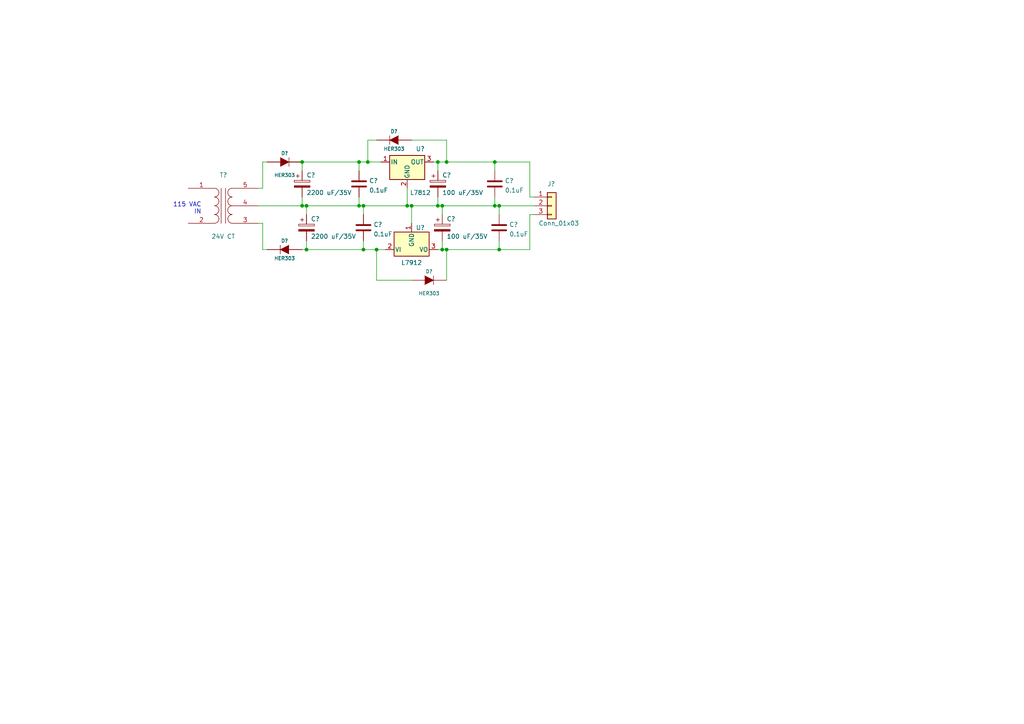
<source format=kicad_sch>
(kicad_sch (version 20211123) (generator eeschema)
  (paper "A4")
  (lib_symbols
    (symbol "Connector_Generic:Conn_01x03" (pin_names (offset 1.016) hide)
      (property "Reference" "J" (at 0 5.08 0))
      (property "Value" "Conn_01x03" (at 0 -5.08 0))
      (symbol "Conn_01x03_1_1"
        (rectangle (start -1.27 -2.413) (end 0 -2.667) (stroke (width 0.1524)))
        (rectangle (start -1.27 0.127) (end 0 -0.127) (stroke (width 0.1524)))
        (rectangle (start -1.27 2.667) (end 0 2.413) (stroke (width 0.1524)))
        (rectangle (start -1.27 3.81) (end 1.27 -3.81) (stroke (width 0.254)) (fill (type background)))
        (pin passive line (at -5.08 2.54 0) (length 3.81) (name "Pin_1") (number "1"))
        (pin passive line (at -5.08 0 0) (length 3.81) (name "Pin_2") (number "2"))
        (pin passive line (at -5.08 -2.54 0) (length 3.81) (name "Pin_3") (number "3"))
      )
    )
    (symbol "Device:C" (pin_numbers hide) (pin_names (offset 0.254))
      (property "Reference" "C" (at 0.635 2.54 0))
      (property "Value" "C" (at 0.635 -2.54 0))
      (symbol "C_0_1"
        (polyline (pts (xy -2.032 -0.762) (xy 2.032 -0.762)) (stroke (width 0.508)))
        (polyline (pts (xy -2.032 0.762) (xy 2.032 0.762)) (stroke (width 0.508)))
      )
      (symbol "C_1_1"
        (pin passive line (at 0 3.81 270) (length 2.794) (name "~") (number "1"))
        (pin passive line (at 0 -3.81 90) (length 2.794) (name "~") (number "2"))
      )
    )
    (symbol "Device:C_Polarized" (pin_numbers hide) (pin_names (offset 0.254))
      (property "Reference" "C" (at 0.635 2.54 0))
      (property "Value" "C_Polarized" (at 0.635 -2.54 0))
      (symbol "C_Polarized_0_1"
        (rectangle (start -2.286 0.508) (end 2.286 1.016))
        (polyline (pts (xy -1.778 2.286) (xy -0.762 2.286)))
        (polyline (pts (xy -1.27 2.794) (xy -1.27 1.778)))
        (rectangle (start 2.286 -0.508) (end -2.286 -1.016) (fill (type outline)))
      )
      (symbol "C_Polarized_1_1"
        (pin passive line (at 0 3.81 270) (length 2.794) (name "~") (number "1"))
        (pin passive line (at 0 -3.81 90) (length 2.794) (name "~") (number "2"))
      )
    )
    (symbol "Device:Transformer_1P_SS" (pin_names (offset 1.016) hide)
      (property "Reference" "T" (at 0 6.35 0))
      (property "Value" "Transformer_1P_SS" (at 0 -7.62 0))
      (symbol "Transformer_1P_SS_0_1"
        (arc (start -2.54 -5.0546) (mid -1.6561 -4.6863) (end -1.27 -3.81))
        (arc (start -2.54 -2.5146) (mid -1.6561 -2.1463) (end -1.27 -1.27))
        (arc (start -2.54 0.0254) (mid -1.6561 0.3937) (end -1.27 1.27))
        (arc (start -2.54 2.5654) (mid -1.6561 2.9337) (end -1.27 3.81))
        (arc (start -1.27 -3.81) (mid -1.642 -2.912) (end -2.54 -2.54))
        (arc (start -1.27 -1.27) (mid -1.642 -0.372) (end -2.54 0))
        (arc (start -1.27 1.27) (mid -1.642 2.168) (end -2.54 2.54))
        (arc (start -1.27 3.81) (mid -1.642 4.708) (end -2.54 5.08))
        (polyline (pts (xy -0.635 5.08) (xy -0.635 -5.08)))
        (polyline (pts (xy 0.635 -5.08) (xy 0.635 5.08)))
        (arc (start 1.2954 -1.27) (mid 1.6599 -2.1501) (end 2.54 -2.5146))
        (arc (start 1.2954 1.27) (mid 1.6599 0.3899) (end 2.54 0.0254))
        (arc (start 1.2954 3.81) (mid 1.6599 2.9299) (end 2.54 2.5654))
        (arc (start 1.3208 -3.81) (mid 1.6853 -4.6901) (end 2.5654 -5.0546))
        (arc (start 2.54 0) (mid 1.6456 -0.3683) (end 1.2954 -1.27))
        (arc (start 2.54 2.54) (mid 1.6456 2.1717) (end 1.2954 1.27))
        (arc (start 2.54 5.08) (mid 1.6456 4.7117) (end 1.2954 3.81))
        (arc (start 2.5654 -2.54) (mid 1.671 -2.9083) (end 1.3208 -3.81))
      )
      (symbol "Transformer_1P_SS_1_1"
        (pin passive line (at -10.16 5.08 0) (length 7.62) (name "AA") (number "1"))
        (pin passive line (at -10.16 -5.08 0) (length 7.62) (name "AB") (number "2"))
        (pin passive line (at 10.16 -5.08 180) (length 7.62) (name "SA") (number "3"))
        (pin passive line (at 10.16 0 180) (length 7.62) (name "SC") (number "4"))
        (pin passive line (at 10.16 5.08 180) (length 7.62) (name "SB") (number "5"))
      )
    )
    (symbol "LandBoards:DIODE" (pin_numbers hide) (pin_names (offset 1.016) hide)
      (property "Reference" "D" (at 0 2.54 0))
      (property "Value" "DIODE" (at 0 -2.54 0))
      (symbol "DIODE_0_1"
        (polyline (pts (xy 1.27 1.27) (xy 1.27 -1.27)) (stroke (width 0.1524)))
        (polyline (pts (xy -1.27 1.27) (xy 1.27 0) (xy -1.27 -1.27)) (fill (type outline)))
      )
      (symbol "DIODE_1_1"
        (pin passive line (at -5.08 0 0) (length 3.81) (name "A") (number "1"))
        (pin passive line (at 5.08 0 180) (length 3.81) (name "K") (number "2"))
      )
    )
    (symbol "Regulator_Linear:L7812" (pin_names (offset 0.254))
      (property "Reference" "U" (at -3.81 3.175 0))
      (property "Value" "L7812" (at 0 3.175 0))
      (symbol "L7812_0_1"
        (rectangle (start -5.08 1.905) (end 5.08 -5.08) (stroke (width 0.254)) (fill (type background)))
      )
      (symbol "L7812_1_1"
        (pin power_in line (at -7.62 0 0) (length 2.54) (name "IN") (number "1"))
        (pin power_in line (at 0 -7.62 90) (length 2.54) (name "GND") (number "2"))
        (pin power_out line (at 7.62 0 180) (length 2.54) (name "OUT") (number "3"))
      )
    )
    (symbol "Regulator_Linear:L7912" (pin_names (offset 0.254))
      (property "Reference" "U" (at -3.81 -3.175 0))
      (property "Value" "L7912" (at 0 -3.175 0))
      (symbol "L7912_0_1"
        (rectangle (start -5.08 5.08) (end 5.08 -1.905) (stroke (width 0.254)) (fill (type background)))
      )
      (symbol "L7912_1_1"
        (pin power_in line (at 0 7.62 270) (length 2.54) (name "GND") (number "1"))
        (pin power_in line (at -7.62 0 0) (length 2.54) (name "VI") (number "2"))
        (pin power_out line (at 7.62 0 180) (length 2.54) (name "VO") (number "3"))
      )
    )
  )
  (junction (at 143.51 46.99))
  (junction (at 105.41 72.39))
  (junction (at 128.27 72.39))
  (junction (at 127 59.69))
  (junction (at 87.63 46.99))
  (junction (at 127 46.99))
  (junction (at 143.51 59.69))
  (junction (at 104.14 46.99))
  (junction (at 129.54 46.99))
  (junction (at 105.41 59.69))
  (junction (at 144.78 72.39))
  (junction (at 129.54 72.39))
  (junction (at 128.27 59.69))
  (junction (at 144.78 59.69))
  (junction (at 87.63 59.69))
  (junction (at 119.38 59.69))
  (junction (at 109.22 72.39))
  (junction (at 104.14 59.69))
  (junction (at 88.9 59.69))
  (junction (at 118.11 59.69))
  (junction (at 88.9 72.39))
  (junction (at 106.68 46.99))
  (wire (pts (xy 83.82 46.99) (xy 87.63 46.99)))
  (wire (pts (xy 77.47 72.39) (xy 76.2 72.39)))
  (wire (pts (xy 109.22 72.39) (xy 111.76 72.39)))
  (wire (pts (xy 128.27 72.39) (xy 128.27 69.85)))
  (wire (pts (xy 104.14 59.69) (xy 105.41 59.69)))
  (wire (pts (xy 127 46.99) (xy 129.54 46.99)))
  (wire (pts (xy 119.38 59.69) (xy 127 59.69)))
  (wire (pts (xy 154.94 62.23) (xy 153.67 62.23)))
  (wire (pts (xy 76.2 54.61) (xy 74.93 54.61)))
  (wire (pts (xy 76.2 64.77) (xy 74.93 64.77)))
  (wire (pts (xy 88.9 72.39) (xy 105.41 72.39)))
  (wire (pts (xy 129.54 46.99) (xy 129.54 40.64)))
  (wire (pts (xy 109.22 72.39) (xy 109.22 81.28)))
  (wire (pts (xy 87.63 57.15) (xy 87.63 59.69)))
  (wire (pts (xy 74.93 59.69) (xy 87.63 59.69)))
  (wire (pts (xy 104.14 46.99) (xy 106.68 46.99)))
  (wire (pts (xy 106.68 46.99) (xy 106.68 40.64)))
  (wire (pts (xy 128.27 59.69) (xy 143.51 59.69)))
  (wire (pts (xy 118.11 59.69) (xy 119.38 59.69)))
  (wire (pts (xy 105.41 72.39) (xy 105.41 69.85)))
  (wire (pts (xy 104.14 57.15) (xy 104.14 59.69)))
  (wire (pts (xy 109.22 81.28) (xy 119.38 81.28)))
  (wire (pts (xy 77.47 46.99) (xy 76.2 46.99)))
  (wire (pts (xy 144.78 59.69) (xy 144.78 62.23)))
  (wire (pts (xy 127 72.39) (xy 128.27 72.39)))
  (wire (pts (xy 153.67 57.15) (xy 154.94 57.15)))
  (wire (pts (xy 143.51 46.99) (xy 153.67 46.99)))
  (wire (pts (xy 153.67 62.23) (xy 153.67 72.39)))
  (wire (pts (xy 129.54 46.99) (xy 143.51 46.99)))
  (wire (pts (xy 129.54 40.64) (xy 119.38 40.64)))
  (wire (pts (xy 129.54 72.39) (xy 129.54 81.28)))
  (wire (pts (xy 118.11 54.61) (xy 118.11 59.69)))
  (wire (pts (xy 143.51 57.15) (xy 143.51 59.69)))
  (wire (pts (xy 105.41 59.69) (xy 118.11 59.69)))
  (wire (pts (xy 87.63 46.99) (xy 87.63 49.53)))
  (wire (pts (xy 129.54 72.39) (xy 144.78 72.39)))
  (wire (pts (xy 128.27 59.69) (xy 128.27 62.23)))
  (wire (pts (xy 125.73 46.99) (xy 127 46.99)))
  (wire (pts (xy 127 59.69) (xy 128.27 59.69)))
  (wire (pts (xy 105.41 72.39) (xy 109.22 72.39)))
  (wire (pts (xy 127 46.99) (xy 127 49.53)))
  (wire (pts (xy 76.2 46.99) (xy 76.2 54.61)))
  (wire (pts (xy 104.14 46.99) (xy 104.14 49.53)))
  (wire (pts (xy 119.38 59.69) (xy 119.38 64.77)))
  (wire (pts (xy 153.67 72.39) (xy 144.78 72.39)))
  (wire (pts (xy 87.63 59.69) (xy 88.9 59.69)))
  (wire (pts (xy 88.9 59.69) (xy 104.14 59.69)))
  (wire (pts (xy 153.67 46.99) (xy 153.67 57.15)))
  (wire (pts (xy 144.78 72.39) (xy 144.78 69.85)))
  (wire (pts (xy 143.51 46.99) (xy 143.51 49.53)))
  (wire (pts (xy 105.41 59.69) (xy 105.41 62.23)))
  (wire (pts (xy 143.51 59.69) (xy 144.78 59.69)))
  (wire (pts (xy 87.63 72.39) (xy 88.9 72.39)))
  (wire (pts (xy 88.9 72.39) (xy 88.9 69.85)))
  (wire (pts (xy 87.63 46.99) (xy 104.14 46.99)))
  (wire (pts (xy 128.27 72.39) (xy 129.54 72.39)))
  (wire (pts (xy 76.2 72.39) (xy 76.2 64.77)))
  (wire (pts (xy 127 57.15) (xy 127 59.69)))
  (wire (pts (xy 88.9 59.69) (xy 88.9 62.23)))
  (wire (pts (xy 106.68 46.99) (xy 110.49 46.99)))
  (wire (pts (xy 106.68 40.64) (xy 109.22 40.64)))
  (wire (pts (xy 144.78 59.69) (xy 154.94 59.69)))
  (text "115 VAC\nIN" (at 58.42 62.23 180) (effects (font (size 1.27 1.27)) (justify right bottom)))
  (symbol (lib_id "Device:C_Polarized") (at 128.27 66.04 0) (unit 1)
    (property "Reference" "C?" (at 129.54 63.5 0) (effects (justify left)))
    (property "Value" "100 uF/35V" (at 129.54 68.58 0) (effects (justify left)))
  )
  (symbol (lib_id "LandBoards:DIODE") (at 114.3 40.64 180) (unit 1)
    (property "Reference" "D?" (at 114.3 38.1 0) (effects (font (size 1.016 1.016))))
    (property "Value" "HER303" (at 114.3 43.18 0) (effects (font (size 1.016 1.016))))
  )
  (symbol (lib_id "Regulator_Linear:L7812") (at 118.11 46.99 0) (unit 1)
    (property "Reference" "U?" (at 121.92 43.18 0))
    (property "Value" "L7812" (at 121.92 55.88 0))
    (property "Datasheet" "http://www.st.com/content/ccc/resource/technical/document/datasheet/41/4f/b3/b0/12/d4/47/88/CD00000444.pdf/files/CD00000444.pdf/jcr:content/translations/en.CD00000444.pdf" (effects hide))
  )
  (symbol (lib_id "LandBoards:DIODE") (at 124.46 81.28 0) (unit 1)
    (property "Reference" "D?" (at 124.46 78.74 0) (effects (font (size 1.016 1.016))))
    (property "Value" "HER303" (at 124.46 85.09 0) (effects (font (size 1.016 1.016))))
  )
  (symbol (lib_id "Device:C_Polarized") (at 127 53.34 0) (unit 1)
    (property "Reference" "C?" (at 128.27 50.8 0) (effects (justify left)))
    (property "Value" "100 uF/35V" (at 128.27 55.88 0) (effects (justify left)))
  )
  (symbol (lib_id "Device:C_Polarized") (at 88.9 66.04 0) (unit 1)
    (property "Reference" "C?" (at 90.17 63.5 0) (effects (justify left)))
    (property "Value" "2200 uF/35V" (at 90.17 68.58 0) (effects (justify left)))
  )
  (symbol (lib_id "Regulator_Linear:L7912") (at 119.38 72.39 0) (unit 1)
    (property "Reference" "U?" (at 121.92 66.04 0))
    (property "Value" "L7912" (at 119.38 76.2 0))
    (property "Datasheet" "http://www.st.com/content/ccc/resource/technical/document/datasheet/c9/16/86/41/c7/2b/45/f2/CD00000450.pdf/files/CD00000450.pdf/jcr:content/translations/en.CD00000450.pdf" (effects hide))
  )
  (symbol (lib_id "Device:C") (at 144.78 66.04 0) (unit 1)
    (property "Reference" "C?" (at 147.701 65.1315 0) (effects (justify left)))
    (property "Value" "0.1uF" (at 147.701 67.9066 0) (effects (justify left)))
  )
  (symbol (lib_id "LandBoards:DIODE") (at 82.55 46.99 0) (unit 1)
    (property "Reference" "D?" (at 82.55 44.45 0) (effects (font (size 1.016 1.016))))
    (property "Value" "HER303" (at 82.55 50.8 0) (effects (font (size 1.016 1.016))))
  )
  (symbol (lib_id "LandBoards:DIODE") (at 82.55 72.39 180) (unit 1)
    (property "Reference" "D?" (at 82.55 69.85 0) (effects (font (size 1.016 1.016))))
    (property "Value" "HER303" (at 82.55 74.93 0) (effects (font (size 1.016 1.016))))
  )
  (symbol (lib_id "Device:C_Polarized") (at 87.63 53.34 0) (unit 1)
    (property "Reference" "C?" (at 88.9 50.8 0) (effects (justify left)))
    (property "Value" "2200 uF/35V" (at 88.9 55.88 0) (effects (justify left)))
  )
  (symbol (lib_id "Device:C") (at 104.14 53.34 0) (unit 1)
    (property "Reference" "C?" (at 107.061 52.4315 0) (effects (justify left)))
    (property "Value" "0.1uF" (at 107.061 55.2066 0) (effects (justify left)))
  )
  (symbol (lib_id "Connector_Generic:Conn_01x03") (at 160.02 59.69 0) (unit 1)
    (property "Reference" "J?" (at 158.75 53.34 0) (effects (justify left)))
    (property "Value" "Conn_01x03" (at 156.21 64.77 0) (effects (justify left)))
  )
  (symbol (lib_id "Device:C") (at 105.41 66.04 0) (unit 1)
    (property "Reference" "C?" (at 108.331 65.1315 0) (effects (justify left)))
    (property "Value" "0.1uF" (at 108.331 67.9066 0) (effects (justify left)))
  )
  (symbol (lib_id "Device:Transformer_1P_SS") (at 64.77 59.69 0) (unit 1)
    (property "Reference" "T?" (at 64.7827 50.7703 0))
    (property "Value" "24V CT" (at 64.77 68.58 0))
  )
  (symbol (lib_id "Device:C") (at 143.51 53.34 0) (unit 1)
    (property "Reference" "C?" (at 146.431 52.4315 0) (effects (justify left)))
    (property "Value" "0.1uF" (at 146.431 55.2066 0) (effects (justify left)))
  )
)
</source>
